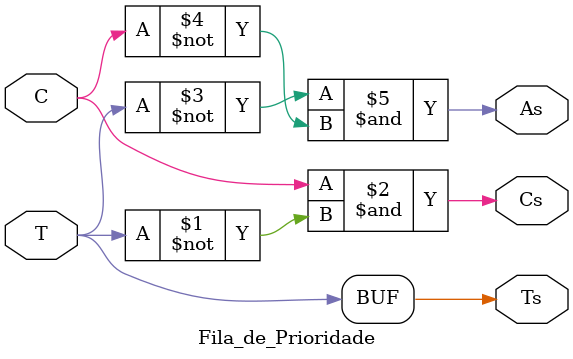
<source format=v>
module Fila_de_Prioridade(T, C, Ts, Cs, As);

    input T, C;
    output Ts, Cs, As;
    assign Ts = T;
    assign Cs = C & ~T;
    assign As = ~T & ~C;

endmodule

</source>
